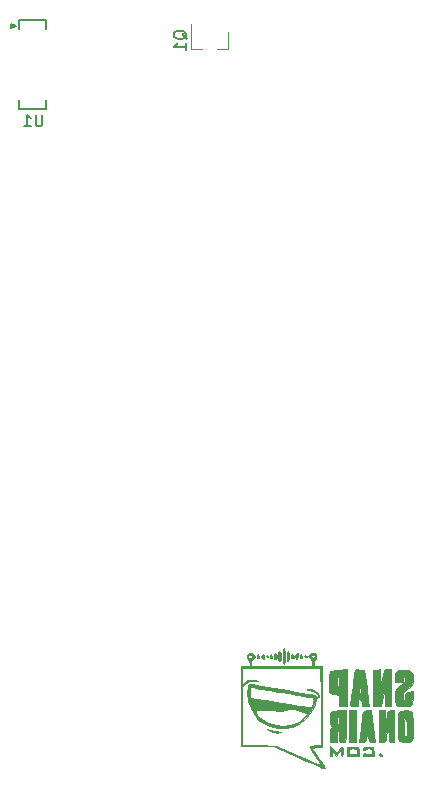
<source format=gbr>
G04 #@! TF.FileFunction,Legend,Bot*
%FSLAX46Y46*%
G04 Gerber Fmt 4.6, Leading zero omitted, Abs format (unit mm)*
G04 Created by KiCad (PCBNEW 4.0.7) date 08/30/18 10:37:52*
%MOMM*%
%LPD*%
G01*
G04 APERTURE LIST*
%ADD10C,0.100000*%
%ADD11C,0.120000*%
%ADD12C,0.150000*%
%ADD13C,0.010000*%
G04 APERTURE END LIST*
D10*
D11*
X132644000Y-73658000D02*
X131714000Y-73658000D01*
X129484000Y-73658000D02*
X130414000Y-73658000D01*
X129484000Y-73658000D02*
X129484000Y-71498000D01*
X132644000Y-73658000D02*
X132644000Y-72198000D01*
D12*
X114928000Y-77930000D02*
X114928000Y-78730000D01*
X114928000Y-78730000D02*
X117228000Y-78730000D01*
X117228000Y-78730000D02*
X117228000Y-77930000D01*
X117228000Y-71930000D02*
X117228000Y-71130000D01*
X117228000Y-71130000D02*
X114928000Y-71130000D01*
X114928000Y-71130000D02*
X114928000Y-71930000D01*
X114228000Y-71530000D02*
X114228000Y-71830000D01*
X114228000Y-71830000D02*
X114628000Y-71680000D01*
X114628000Y-71680000D02*
X114228000Y-71530000D01*
D13*
G36*
X134376379Y-124793592D02*
X134358138Y-124802874D01*
X134220806Y-124955277D01*
X134216556Y-125151864D01*
X134323666Y-125306667D01*
X134417605Y-125464738D01*
X134450666Y-125655700D01*
X134438683Y-125805587D01*
X134372151Y-125876584D01*
X134205195Y-125898027D01*
X134069666Y-125899333D01*
X133688666Y-125899333D01*
X133688666Y-132672667D01*
X136404906Y-132672667D01*
X138549442Y-133604000D01*
X139199223Y-133885917D01*
X139710385Y-134106614D01*
X140099516Y-134272574D01*
X140383205Y-134390281D01*
X140578043Y-134466219D01*
X140700617Y-134506874D01*
X140767518Y-134518729D01*
X140795333Y-134508268D01*
X140800666Y-134483942D01*
X140755021Y-134398038D01*
X140697861Y-134308403D01*
X140546666Y-134308403D01*
X140472858Y-134286311D01*
X140265244Y-134203735D01*
X139944540Y-134069447D01*
X139531463Y-133892222D01*
X139046729Y-133680832D01*
X138620500Y-133492675D01*
X136694333Y-132638008D01*
X135255000Y-132591837D01*
X133815666Y-132545667D01*
X133793494Y-129307167D01*
X133771321Y-126068667D01*
X140354317Y-126068667D01*
X140408158Y-126461484D01*
X140421074Y-126639641D01*
X140432878Y-126963930D01*
X140443187Y-127411151D01*
X140451617Y-127958103D01*
X140457786Y-128581586D01*
X140461309Y-129258400D01*
X140462000Y-129721150D01*
X140462000Y-132588000D01*
X140010444Y-132588000D01*
X139747432Y-132597445D01*
X139559371Y-132621679D01*
X139504520Y-132642368D01*
X139528273Y-132728992D01*
X139633867Y-132923118D01*
X139803869Y-133195069D01*
X139998409Y-133483100D01*
X140216566Y-133799236D01*
X140393559Y-134061876D01*
X140509906Y-134241695D01*
X140546666Y-134308403D01*
X140697861Y-134308403D01*
X140631094Y-134203705D01*
X140448398Y-133930756D01*
X140250333Y-133643210D01*
X140031555Y-133325417D01*
X139853993Y-133059877D01*
X139737143Y-132876263D01*
X139700000Y-132805601D01*
X139776195Y-132778059D01*
X139971000Y-132760584D01*
X140123333Y-132757333D01*
X140546666Y-132757333D01*
X140546666Y-125899333D01*
X140208000Y-125899333D01*
X139991164Y-125890362D01*
X139894800Y-125834970D01*
X139870090Y-125690441D01*
X139869333Y-125603000D01*
X139888331Y-125407100D01*
X139935041Y-125309214D01*
X139944941Y-125306666D01*
X140040515Y-125235982D01*
X140088803Y-125077470D01*
X140085900Y-125052667D01*
X139954000Y-125052667D01*
X139911148Y-125191627D01*
X139805833Y-125205882D01*
X139679874Y-125122396D01*
X139657666Y-125052667D01*
X139728051Y-124933118D01*
X139805833Y-124899451D01*
X139925845Y-124928903D01*
X139954000Y-125052667D01*
X140085900Y-125052667D01*
X140071796Y-124932213D01*
X139943487Y-124784539D01*
X139748832Y-124775090D01*
X139568826Y-124871490D01*
X139368027Y-125029438D01*
X139561556Y-125211249D01*
X139706884Y-125419575D01*
X139717933Y-125646197D01*
X139680781Y-125899333D01*
X134535333Y-125899333D01*
X134535333Y-125671957D01*
X134592726Y-125448475D01*
X134725833Y-125241431D01*
X134873696Y-125083749D01*
X134681125Y-125083749D01*
X134663995Y-125134644D01*
X134540277Y-125205022D01*
X134387332Y-125172369D01*
X134302475Y-125073878D01*
X134332360Y-124964242D01*
X134455383Y-124904051D01*
X134596716Y-124921299D01*
X134635247Y-124949380D01*
X134681125Y-125083749D01*
X134873696Y-125083749D01*
X134916333Y-125038282D01*
X134717971Y-124877370D01*
X134535832Y-124771085D01*
X134376379Y-124793592D01*
X134376379Y-124793592D01*
G37*
X134376379Y-124793592D02*
X134358138Y-124802874D01*
X134220806Y-124955277D01*
X134216556Y-125151864D01*
X134323666Y-125306667D01*
X134417605Y-125464738D01*
X134450666Y-125655700D01*
X134438683Y-125805587D01*
X134372151Y-125876584D01*
X134205195Y-125898027D01*
X134069666Y-125899333D01*
X133688666Y-125899333D01*
X133688666Y-132672667D01*
X136404906Y-132672667D01*
X138549442Y-133604000D01*
X139199223Y-133885917D01*
X139710385Y-134106614D01*
X140099516Y-134272574D01*
X140383205Y-134390281D01*
X140578043Y-134466219D01*
X140700617Y-134506874D01*
X140767518Y-134518729D01*
X140795333Y-134508268D01*
X140800666Y-134483942D01*
X140755021Y-134398038D01*
X140697861Y-134308403D01*
X140546666Y-134308403D01*
X140472858Y-134286311D01*
X140265244Y-134203735D01*
X139944540Y-134069447D01*
X139531463Y-133892222D01*
X139046729Y-133680832D01*
X138620500Y-133492675D01*
X136694333Y-132638008D01*
X135255000Y-132591837D01*
X133815666Y-132545667D01*
X133793494Y-129307167D01*
X133771321Y-126068667D01*
X140354317Y-126068667D01*
X140408158Y-126461484D01*
X140421074Y-126639641D01*
X140432878Y-126963930D01*
X140443187Y-127411151D01*
X140451617Y-127958103D01*
X140457786Y-128581586D01*
X140461309Y-129258400D01*
X140462000Y-129721150D01*
X140462000Y-132588000D01*
X140010444Y-132588000D01*
X139747432Y-132597445D01*
X139559371Y-132621679D01*
X139504520Y-132642368D01*
X139528273Y-132728992D01*
X139633867Y-132923118D01*
X139803869Y-133195069D01*
X139998409Y-133483100D01*
X140216566Y-133799236D01*
X140393559Y-134061876D01*
X140509906Y-134241695D01*
X140546666Y-134308403D01*
X140697861Y-134308403D01*
X140631094Y-134203705D01*
X140448398Y-133930756D01*
X140250333Y-133643210D01*
X140031555Y-133325417D01*
X139853993Y-133059877D01*
X139737143Y-132876263D01*
X139700000Y-132805601D01*
X139776195Y-132778059D01*
X139971000Y-132760584D01*
X140123333Y-132757333D01*
X140546666Y-132757333D01*
X140546666Y-125899333D01*
X140208000Y-125899333D01*
X139991164Y-125890362D01*
X139894800Y-125834970D01*
X139870090Y-125690441D01*
X139869333Y-125603000D01*
X139888331Y-125407100D01*
X139935041Y-125309214D01*
X139944941Y-125306666D01*
X140040515Y-125235982D01*
X140088803Y-125077470D01*
X140085900Y-125052667D01*
X139954000Y-125052667D01*
X139911148Y-125191627D01*
X139805833Y-125205882D01*
X139679874Y-125122396D01*
X139657666Y-125052667D01*
X139728051Y-124933118D01*
X139805833Y-124899451D01*
X139925845Y-124928903D01*
X139954000Y-125052667D01*
X140085900Y-125052667D01*
X140071796Y-124932213D01*
X139943487Y-124784539D01*
X139748832Y-124775090D01*
X139568826Y-124871490D01*
X139368027Y-125029438D01*
X139561556Y-125211249D01*
X139706884Y-125419575D01*
X139717933Y-125646197D01*
X139680781Y-125899333D01*
X134535333Y-125899333D01*
X134535333Y-125671957D01*
X134592726Y-125448475D01*
X134725833Y-125241431D01*
X134873696Y-125083749D01*
X134681125Y-125083749D01*
X134663995Y-125134644D01*
X134540277Y-125205022D01*
X134387332Y-125172369D01*
X134302475Y-125073878D01*
X134332360Y-124964242D01*
X134455383Y-124904051D01*
X134596716Y-124921299D01*
X134635247Y-124949380D01*
X134681125Y-125083749D01*
X134873696Y-125083749D01*
X134916333Y-125038282D01*
X134717971Y-124877370D01*
X134535832Y-124771085D01*
X134376379Y-124793592D01*
G36*
X145387418Y-133333106D02*
X145372666Y-133392333D01*
X145440439Y-133504582D01*
X145499666Y-133519333D01*
X145611915Y-133451560D01*
X145626666Y-133392333D01*
X145558894Y-133280085D01*
X145499666Y-133265333D01*
X145387418Y-133333106D01*
X145387418Y-133333106D01*
G37*
X145387418Y-133333106D02*
X145372666Y-133392333D01*
X145440439Y-133504582D01*
X145499666Y-133519333D01*
X145611915Y-133451560D01*
X145626666Y-133392333D01*
X145558894Y-133280085D01*
X145499666Y-133265333D01*
X145387418Y-133333106D01*
G36*
X144140022Y-132743929D02*
X144024490Y-132849425D01*
X144018000Y-132885946D01*
X144064228Y-132997579D01*
X144102666Y-133011333D01*
X144184873Y-132946904D01*
X144187333Y-132926667D01*
X144261762Y-132870704D01*
X144444777Y-132842731D01*
X144483666Y-132842000D01*
X144682761Y-132856159D01*
X144764422Y-132927979D01*
X144780000Y-133096000D01*
X144763480Y-133266653D01*
X144679690Y-133336647D01*
X144483666Y-133350000D01*
X144287818Y-133327485D01*
X144189900Y-133272120D01*
X144187333Y-133260336D01*
X144135463Y-133209770D01*
X144102666Y-133223000D01*
X144024762Y-133345502D01*
X144018000Y-133397330D01*
X144064609Y-133471469D01*
X144223826Y-133509588D01*
X144488305Y-133519333D01*
X144958611Y-133519333D01*
X144932805Y-133117167D01*
X144908237Y-132872297D01*
X144855836Y-132748874D01*
X144745667Y-132699023D01*
X144663936Y-132687222D01*
X144367405Y-132685482D01*
X144140022Y-132743929D01*
X144140022Y-132743929D01*
G37*
X144140022Y-132743929D02*
X144024490Y-132849425D01*
X144018000Y-132885946D01*
X144064228Y-132997579D01*
X144102666Y-133011333D01*
X144184873Y-132946904D01*
X144187333Y-132926667D01*
X144261762Y-132870704D01*
X144444777Y-132842731D01*
X144483666Y-132842000D01*
X144682761Y-132856159D01*
X144764422Y-132927979D01*
X144780000Y-133096000D01*
X144763480Y-133266653D01*
X144679690Y-133336647D01*
X144483666Y-133350000D01*
X144287818Y-133327485D01*
X144189900Y-133272120D01*
X144187333Y-133260336D01*
X144135463Y-133209770D01*
X144102666Y-133223000D01*
X144024762Y-133345502D01*
X144018000Y-133397330D01*
X144064609Y-133471469D01*
X144223826Y-133509588D01*
X144488305Y-133519333D01*
X144958611Y-133519333D01*
X144932805Y-133117167D01*
X144908237Y-132872297D01*
X144855836Y-132748874D01*
X144745667Y-132699023D01*
X144663936Y-132687222D01*
X144367405Y-132685482D01*
X144140022Y-132743929D01*
G36*
X142679861Y-133117167D02*
X142654055Y-133519333D01*
X143688611Y-133519333D01*
X143662805Y-133117167D01*
X143661447Y-133096000D01*
X143510000Y-133096000D01*
X143496626Y-133258867D01*
X143424154Y-133331268D01*
X143244055Y-133349599D01*
X143171333Y-133350000D01*
X142954178Y-133339970D01*
X142857643Y-133285615D01*
X142833201Y-133150541D01*
X142832666Y-133096000D01*
X142846040Y-132933133D01*
X142918513Y-132860732D01*
X143098611Y-132842401D01*
X143171333Y-132842000D01*
X143388489Y-132852030D01*
X143485024Y-132906385D01*
X143509466Y-133041458D01*
X143510000Y-133096000D01*
X143661447Y-133096000D01*
X143637000Y-132715000D01*
X142705666Y-132715000D01*
X142679861Y-133117167D01*
X142679861Y-133117167D01*
G37*
X142679861Y-133117167D02*
X142654055Y-133519333D01*
X143688611Y-133519333D01*
X143662805Y-133117167D01*
X143661447Y-133096000D01*
X143510000Y-133096000D01*
X143496626Y-133258867D01*
X143424154Y-133331268D01*
X143244055Y-133349599D01*
X143171333Y-133350000D01*
X142954178Y-133339970D01*
X142857643Y-133285615D01*
X142833201Y-133150541D01*
X142832666Y-133096000D01*
X142846040Y-132933133D01*
X142918513Y-132860732D01*
X143098611Y-132842401D01*
X143171333Y-132842000D01*
X143388489Y-132852030D01*
X143485024Y-132906385D01*
X143509466Y-133041458D01*
X143510000Y-133096000D01*
X143661447Y-133096000D01*
X143637000Y-132715000D01*
X142705666Y-132715000D01*
X142679861Y-133117167D01*
G36*
X141226482Y-133074833D02*
X141239636Y-133323143D01*
X141276086Y-133484481D01*
X141308666Y-133519333D01*
X141367112Y-133445509D01*
X141393238Y-133266555D01*
X141393333Y-133253915D01*
X141393333Y-132988497D01*
X141578127Y-133223424D01*
X141762921Y-133458352D01*
X141958706Y-133213676D01*
X142154492Y-132969000D01*
X142154913Y-133244167D01*
X142177978Y-133431464D01*
X142233596Y-133518548D01*
X142240000Y-133519333D01*
X142290772Y-133443720D01*
X142320993Y-133252674D01*
X142324666Y-133143330D01*
X142303710Y-132857499D01*
X142237203Y-132733113D01*
X142119689Y-132767098D01*
X141960019Y-132937914D01*
X141751162Y-133204784D01*
X141490063Y-132917559D01*
X141228964Y-132630333D01*
X141226482Y-133074833D01*
X141226482Y-133074833D01*
G37*
X141226482Y-133074833D02*
X141239636Y-133323143D01*
X141276086Y-133484481D01*
X141308666Y-133519333D01*
X141367112Y-133445509D01*
X141393238Y-133266555D01*
X141393333Y-133253915D01*
X141393333Y-132988497D01*
X141578127Y-133223424D01*
X141762921Y-133458352D01*
X141958706Y-133213676D01*
X142154492Y-132969000D01*
X142154913Y-133244167D01*
X142177978Y-133431464D01*
X142233596Y-133518548D01*
X142240000Y-133519333D01*
X142290772Y-133443720D01*
X142320993Y-133252674D01*
X142324666Y-133143330D01*
X142303710Y-132857499D01*
X142237203Y-132733113D01*
X142119689Y-132767098D01*
X141960019Y-132937914D01*
X141751162Y-133204784D01*
X141490063Y-132917559D01*
X141228964Y-132630333D01*
X141226482Y-133074833D01*
G36*
X147347636Y-129643527D02*
X147143660Y-129691593D01*
X147082933Y-129726267D01*
X147035030Y-129855742D01*
X147002558Y-130136803D01*
X146985010Y-130575758D01*
X146981333Y-130993288D01*
X146983188Y-131461922D01*
X146991211Y-131789472D01*
X147009094Y-132004168D01*
X147040524Y-132134241D01*
X147089192Y-132207921D01*
X147145100Y-132246354D01*
X147396881Y-132315015D01*
X147718374Y-132319882D01*
X148022420Y-132260924D01*
X148060833Y-132246695D01*
X148136601Y-132209093D01*
X148189049Y-132149017D01*
X148222460Y-132038416D01*
X148241117Y-131849240D01*
X148249302Y-131553438D01*
X148250197Y-131360424D01*
X147732678Y-131360424D01*
X147718685Y-131676455D01*
X147681573Y-131848576D01*
X147619357Y-131888957D01*
X147567993Y-131853860D01*
X147531695Y-131732936D01*
X147509474Y-131479467D01*
X147503775Y-131129840D01*
X147507269Y-130950271D01*
X147530963Y-130515729D01*
X147567425Y-130240555D01*
X147610664Y-130126450D01*
X147654684Y-130175115D01*
X147693494Y-130388251D01*
X147721099Y-130767560D01*
X147725540Y-130888315D01*
X147732678Y-131360424D01*
X148250197Y-131360424D01*
X148251299Y-131122960D01*
X148251333Y-130998995D01*
X148244287Y-130441427D01*
X148222806Y-130046151D01*
X148186373Y-129806697D01*
X148149733Y-129726267D01*
X148010793Y-129667481D01*
X147769828Y-129630796D01*
X147616333Y-129624667D01*
X147347636Y-129643527D01*
X147347636Y-129643527D01*
G37*
X147347636Y-129643527D02*
X147143660Y-129691593D01*
X147082933Y-129726267D01*
X147035030Y-129855742D01*
X147002558Y-130136803D01*
X146985010Y-130575758D01*
X146981333Y-130993288D01*
X146983188Y-131461922D01*
X146991211Y-131789472D01*
X147009094Y-132004168D01*
X147040524Y-132134241D01*
X147089192Y-132207921D01*
X147145100Y-132246354D01*
X147396881Y-132315015D01*
X147718374Y-132319882D01*
X148022420Y-132260924D01*
X148060833Y-132246695D01*
X148136601Y-132209093D01*
X148189049Y-132149017D01*
X148222460Y-132038416D01*
X148241117Y-131849240D01*
X148249302Y-131553438D01*
X148250197Y-131360424D01*
X147732678Y-131360424D01*
X147718685Y-131676455D01*
X147681573Y-131848576D01*
X147619357Y-131888957D01*
X147567993Y-131853860D01*
X147531695Y-131732936D01*
X147509474Y-131479467D01*
X147503775Y-131129840D01*
X147507269Y-130950271D01*
X147530963Y-130515729D01*
X147567425Y-130240555D01*
X147610664Y-130126450D01*
X147654684Y-130175115D01*
X147693494Y-130388251D01*
X147721099Y-130767560D01*
X147725540Y-130888315D01*
X147732678Y-131360424D01*
X148250197Y-131360424D01*
X148251299Y-131122960D01*
X148251333Y-130998995D01*
X148244287Y-130441427D01*
X148222806Y-130046151D01*
X148186373Y-129806697D01*
X148149733Y-129726267D01*
X148010793Y-129667481D01*
X147769828Y-129630796D01*
X147616333Y-129624667D01*
X147347636Y-129643527D01*
G36*
X146253302Y-129636650D02*
X146166290Y-129699029D01*
X146105366Y-129851445D01*
X146046710Y-130111500D01*
X145975433Y-130450171D01*
X145930429Y-130626200D01*
X145905147Y-130643066D01*
X145893038Y-130504249D01*
X145887552Y-130213229D01*
X145887351Y-130196167D01*
X145880666Y-129624667D01*
X145372666Y-129624667D01*
X145372666Y-132334000D01*
X145617608Y-132334000D01*
X145773646Y-132318688D01*
X145873907Y-132249355D01*
X145940453Y-132090901D01*
X145995348Y-131808228D01*
X146010625Y-131708783D01*
X146069661Y-131416608D01*
X146128327Y-131290771D01*
X146178243Y-131328464D01*
X146211028Y-131526882D01*
X146219333Y-131778670D01*
X146222966Y-132076159D01*
X146243544Y-132242421D01*
X146295584Y-132315544D01*
X146393603Y-132333617D01*
X146431000Y-132334000D01*
X146642666Y-132334000D01*
X146642666Y-129624667D01*
X146394738Y-129624667D01*
X146253302Y-129636650D01*
X146253302Y-129636650D01*
G37*
X146253302Y-129636650D02*
X146166290Y-129699029D01*
X146105366Y-129851445D01*
X146046710Y-130111500D01*
X145975433Y-130450171D01*
X145930429Y-130626200D01*
X145905147Y-130643066D01*
X145893038Y-130504249D01*
X145887552Y-130213229D01*
X145887351Y-130196167D01*
X145880666Y-129624667D01*
X145372666Y-129624667D01*
X145372666Y-132334000D01*
X145617608Y-132334000D01*
X145773646Y-132318688D01*
X145873907Y-132249355D01*
X145940453Y-132090901D01*
X145995348Y-131808228D01*
X146010625Y-131708783D01*
X146069661Y-131416608D01*
X146128327Y-131290771D01*
X146178243Y-131328464D01*
X146211028Y-131526882D01*
X146219333Y-131778670D01*
X146222966Y-132076159D01*
X146243544Y-132242421D01*
X146295584Y-132315544D01*
X146393603Y-132333617D01*
X146431000Y-132334000D01*
X146642666Y-132334000D01*
X146642666Y-129624667D01*
X146394738Y-129624667D01*
X146253302Y-129636650D01*
G36*
X144122230Y-129648782D02*
X144019480Y-129720688D01*
X144018000Y-129734017D01*
X144007077Y-129871363D01*
X143977810Y-130135710D01*
X143935449Y-130486375D01*
X143885244Y-130882679D01*
X143832446Y-131283940D01*
X143782305Y-131649477D01*
X143740071Y-131938608D01*
X143711719Y-132107130D01*
X143691848Y-132267442D01*
X143751933Y-132325455D01*
X143934925Y-132319895D01*
X143946463Y-132318797D01*
X144143512Y-132279426D01*
X144229406Y-132175078D01*
X144256581Y-132011360D01*
X144307918Y-131814409D01*
X144388495Y-131769149D01*
X144467370Y-131868994D01*
X144510198Y-132065353D01*
X144548549Y-132251661D01*
X144651125Y-132323594D01*
X144810733Y-132334000D01*
X145084737Y-132334000D01*
X144918504Y-130979333D01*
X144910712Y-130915833D01*
X144434649Y-130915833D01*
X144425776Y-131150251D01*
X144395698Y-131295198D01*
X144373668Y-131318000D01*
X144337674Y-131243829D01*
X144332789Y-131059723D01*
X144337471Y-131000500D01*
X144371204Y-130723585D01*
X144400013Y-130609495D01*
X144421659Y-130660181D01*
X144433903Y-130877591D01*
X144434649Y-130915833D01*
X144910712Y-130915833D01*
X144752271Y-129624667D01*
X144385136Y-129624667D01*
X144122230Y-129648782D01*
X144122230Y-129648782D01*
G37*
X144122230Y-129648782D02*
X144019480Y-129720688D01*
X144018000Y-129734017D01*
X144007077Y-129871363D01*
X143977810Y-130135710D01*
X143935449Y-130486375D01*
X143885244Y-130882679D01*
X143832446Y-131283940D01*
X143782305Y-131649477D01*
X143740071Y-131938608D01*
X143711719Y-132107130D01*
X143691848Y-132267442D01*
X143751933Y-132325455D01*
X143934925Y-132319895D01*
X143946463Y-132318797D01*
X144143512Y-132279426D01*
X144229406Y-132175078D01*
X144256581Y-132011360D01*
X144307918Y-131814409D01*
X144388495Y-131769149D01*
X144467370Y-131868994D01*
X144510198Y-132065353D01*
X144548549Y-132251661D01*
X144651125Y-132323594D01*
X144810733Y-132334000D01*
X145084737Y-132334000D01*
X144918504Y-130979333D01*
X144910712Y-130915833D01*
X144434649Y-130915833D01*
X144425776Y-131150251D01*
X144395698Y-131295198D01*
X144373668Y-131318000D01*
X144337674Y-131243829D01*
X144332789Y-131059723D01*
X144337471Y-131000500D01*
X144371204Y-130723585D01*
X144400013Y-130609495D01*
X144421659Y-130660181D01*
X144433903Y-130877591D01*
X144434649Y-130915833D01*
X144910712Y-130915833D01*
X144752271Y-129624667D01*
X144385136Y-129624667D01*
X144122230Y-129648782D01*
G36*
X142832666Y-132334000D02*
X143425333Y-132334000D01*
X143425333Y-129624667D01*
X142832666Y-129624667D01*
X142832666Y-132334000D01*
X142832666Y-132334000D01*
G37*
X142832666Y-132334000D02*
X143425333Y-132334000D01*
X143425333Y-129624667D01*
X142832666Y-129624667D01*
X142832666Y-132334000D01*
G36*
X141674075Y-129639518D02*
X141430126Y-129679467D01*
X141325600Y-129726267D01*
X141264254Y-129874912D01*
X141232026Y-130126378D01*
X141228915Y-130416676D01*
X141254921Y-130681817D01*
X141310045Y-130857809D01*
X141325600Y-130877733D01*
X141383605Y-130992947D01*
X141325600Y-131080933D01*
X141270187Y-131220507D01*
X141234187Y-131482884D01*
X141224000Y-131758266D01*
X141224000Y-132334000D01*
X141816666Y-132334000D01*
X141816666Y-131783667D01*
X141828629Y-131496084D01*
X141860319Y-131299190D01*
X141901333Y-131233333D01*
X141945577Y-131311091D01*
X141975868Y-131517073D01*
X141986000Y-131783667D01*
X141988954Y-132079272D01*
X142008960Y-132243890D01*
X142062732Y-132315865D01*
X142166985Y-132333543D01*
X142225889Y-132334000D01*
X142419797Y-132315867D01*
X142522222Y-132277555D01*
X142541752Y-132177431D01*
X142558354Y-131938629D01*
X142570750Y-131591796D01*
X142577662Y-131167579D01*
X142578666Y-130922889D01*
X142578666Y-130505612D01*
X141984245Y-130505612D01*
X141961794Y-130683954D01*
X141929555Y-130753555D01*
X141863787Y-130800738D01*
X141829917Y-130752574D01*
X141817772Y-130579822D01*
X141816666Y-130429000D01*
X141833483Y-130201780D01*
X141876030Y-130065482D01*
X141901333Y-130048000D01*
X141951351Y-130121043D01*
X141979876Y-130295777D01*
X141984245Y-130505612D01*
X142578666Y-130505612D01*
X142578666Y-129624667D01*
X142002933Y-129624667D01*
X141674075Y-129639518D01*
X141674075Y-129639518D01*
G37*
X141674075Y-129639518D02*
X141430126Y-129679467D01*
X141325600Y-129726267D01*
X141264254Y-129874912D01*
X141232026Y-130126378D01*
X141228915Y-130416676D01*
X141254921Y-130681817D01*
X141310045Y-130857809D01*
X141325600Y-130877733D01*
X141383605Y-130992947D01*
X141325600Y-131080933D01*
X141270187Y-131220507D01*
X141234187Y-131482884D01*
X141224000Y-131758266D01*
X141224000Y-132334000D01*
X141816666Y-132334000D01*
X141816666Y-131783667D01*
X141828629Y-131496084D01*
X141860319Y-131299190D01*
X141901333Y-131233333D01*
X141945577Y-131311091D01*
X141975868Y-131517073D01*
X141986000Y-131783667D01*
X141988954Y-132079272D01*
X142008960Y-132243890D01*
X142062732Y-132315865D01*
X142166985Y-132333543D01*
X142225889Y-132334000D01*
X142419797Y-132315867D01*
X142522222Y-132277555D01*
X142541752Y-132177431D01*
X142558354Y-131938629D01*
X142570750Y-131591796D01*
X142577662Y-131167579D01*
X142578666Y-130922889D01*
X142578666Y-130505612D01*
X141984245Y-130505612D01*
X141961794Y-130683954D01*
X141929555Y-130753555D01*
X141863787Y-130800738D01*
X141829917Y-130752574D01*
X141817772Y-130579822D01*
X141816666Y-130429000D01*
X141833483Y-130201780D01*
X141876030Y-130065482D01*
X141901333Y-130048000D01*
X141951351Y-130121043D01*
X141979876Y-130295777D01*
X141984245Y-130505612D01*
X142578666Y-130505612D01*
X142578666Y-129624667D01*
X142002933Y-129624667D01*
X141674075Y-129639518D01*
G36*
X147108124Y-126223983D02*
X146882039Y-126325777D01*
X146764201Y-126526316D01*
X146727571Y-126850866D01*
X146727333Y-126889182D01*
X146727333Y-127254000D01*
X147066000Y-127254000D01*
X147282836Y-127245029D01*
X147379199Y-127189637D01*
X147403909Y-127045107D01*
X147404666Y-126957667D01*
X147425932Y-126761799D01*
X147478222Y-126663893D01*
X147489333Y-126661333D01*
X147545375Y-126735743D01*
X147573298Y-126918629D01*
X147574000Y-126956604D01*
X147551183Y-127158181D01*
X147455812Y-127304942D01*
X147247505Y-127457970D01*
X147238974Y-127463368D01*
X146972429Y-127659719D01*
X146816290Y-127866950D01*
X146743624Y-128138667D01*
X146727333Y-128481667D01*
X146740702Y-128855541D01*
X146800377Y-129091914D01*
X146935708Y-129221768D01*
X147176045Y-129276083D01*
X147489333Y-129286000D01*
X147811508Y-129278617D01*
X148006394Y-129249723D01*
X148115651Y-129189201D01*
X148163688Y-129122233D01*
X148212869Y-128947716D01*
X148244669Y-128676276D01*
X148251333Y-128482122D01*
X148251333Y-128005778D01*
X147933833Y-128032056D01*
X147733849Y-128059092D01*
X147637788Y-128129939D01*
X147600353Y-128295506D01*
X147590298Y-128418167D01*
X147549916Y-128674598D01*
X147491752Y-128768398D01*
X147436811Y-128701768D01*
X147406099Y-128476908D01*
X147404666Y-128398721D01*
X147416951Y-128156070D01*
X147482101Y-128012845D01*
X147642559Y-127899458D01*
X147740502Y-127848111D01*
X148005822Y-127682426D01*
X148162305Y-127488311D01*
X148235506Y-127217784D01*
X148251333Y-126888933D01*
X148228361Y-126560356D01*
X148139885Y-126353194D01*
X147956560Y-126241429D01*
X147649046Y-126199042D01*
X147469495Y-126195667D01*
X147108124Y-126223983D01*
X147108124Y-126223983D01*
G37*
X147108124Y-126223983D02*
X146882039Y-126325777D01*
X146764201Y-126526316D01*
X146727571Y-126850866D01*
X146727333Y-126889182D01*
X146727333Y-127254000D01*
X147066000Y-127254000D01*
X147282836Y-127245029D01*
X147379199Y-127189637D01*
X147403909Y-127045107D01*
X147404666Y-126957667D01*
X147425932Y-126761799D01*
X147478222Y-126663893D01*
X147489333Y-126661333D01*
X147545375Y-126735743D01*
X147573298Y-126918629D01*
X147574000Y-126956604D01*
X147551183Y-127158181D01*
X147455812Y-127304942D01*
X147247505Y-127457970D01*
X147238974Y-127463368D01*
X146972429Y-127659719D01*
X146816290Y-127866950D01*
X146743624Y-128138667D01*
X146727333Y-128481667D01*
X146740702Y-128855541D01*
X146800377Y-129091914D01*
X146935708Y-129221768D01*
X147176045Y-129276083D01*
X147489333Y-129286000D01*
X147811508Y-129278617D01*
X148006394Y-129249723D01*
X148115651Y-129189201D01*
X148163688Y-129122233D01*
X148212869Y-128947716D01*
X148244669Y-128676276D01*
X148251333Y-128482122D01*
X148251333Y-128005778D01*
X147933833Y-128032056D01*
X147733849Y-128059092D01*
X147637788Y-128129939D01*
X147600353Y-128295506D01*
X147590298Y-128418167D01*
X147549916Y-128674598D01*
X147491752Y-128768398D01*
X147436811Y-128701768D01*
X147406099Y-128476908D01*
X147404666Y-128398721D01*
X147416951Y-128156070D01*
X147482101Y-128012845D01*
X147642559Y-127899458D01*
X147740502Y-127848111D01*
X148005822Y-127682426D01*
X148162305Y-127488311D01*
X148235506Y-127217784D01*
X148251333Y-126888933D01*
X148228361Y-126560356D01*
X148139885Y-126353194D01*
X147956560Y-126241429D01*
X147649046Y-126199042D01*
X147469495Y-126195667D01*
X147108124Y-126223983D01*
G36*
X145182166Y-126169135D02*
X144907000Y-126195667D01*
X144883923Y-127740833D01*
X144860847Y-129286000D01*
X145518862Y-129286000D01*
X145627426Y-128756833D01*
X145713629Y-128374665D01*
X145781231Y-128160519D01*
X145830694Y-128114161D01*
X145862480Y-128235358D01*
X145877051Y-128523874D01*
X145878092Y-128629833D01*
X145880666Y-129286000D01*
X146388666Y-129286000D01*
X146388666Y-126153333D01*
X146098336Y-126153333D01*
X145934516Y-126161316D01*
X145837745Y-126211717D01*
X145776416Y-126344219D01*
X145718923Y-126598501D01*
X145710564Y-126640167D01*
X145621939Y-127067331D01*
X145557596Y-127331505D01*
X145513608Y-127436664D01*
X145486048Y-127386786D01*
X145470986Y-127185845D01*
X145464969Y-126888802D01*
X145457333Y-126142604D01*
X145182166Y-126169135D01*
X145182166Y-126169135D01*
G37*
X145182166Y-126169135D02*
X144907000Y-126195667D01*
X144883923Y-127740833D01*
X144860847Y-129286000D01*
X145518862Y-129286000D01*
X145627426Y-128756833D01*
X145713629Y-128374665D01*
X145781231Y-128160519D01*
X145830694Y-128114161D01*
X145862480Y-128235358D01*
X145877051Y-128523874D01*
X145878092Y-128629833D01*
X145880666Y-129286000D01*
X146388666Y-129286000D01*
X146388666Y-126153333D01*
X146098336Y-126153333D01*
X145934516Y-126161316D01*
X145837745Y-126211717D01*
X145776416Y-126344219D01*
X145718923Y-126598501D01*
X145710564Y-126640167D01*
X145621939Y-127067331D01*
X145557596Y-127331505D01*
X145513608Y-127436664D01*
X145486048Y-127386786D01*
X145470986Y-127185845D01*
X145464969Y-126888802D01*
X145457333Y-126142604D01*
X145182166Y-126169135D01*
G36*
X143363616Y-126165213D02*
X143340666Y-126173533D01*
X143329779Y-126270821D01*
X143300222Y-126501517D01*
X143256655Y-126831310D01*
X143203736Y-127225890D01*
X143146124Y-127650946D01*
X143088477Y-128072168D01*
X143035455Y-128455244D01*
X142991715Y-128765864D01*
X142961917Y-128969717D01*
X142955421Y-129010833D01*
X142935131Y-129186216D01*
X142981046Y-129264702D01*
X143135194Y-129285262D01*
X143252163Y-129286000D01*
X143470602Y-129277317D01*
X143568296Y-129223263D01*
X143593801Y-129081826D01*
X143594666Y-128989667D01*
X143625951Y-128763544D01*
X143712608Y-128693333D01*
X143844547Y-128769794D01*
X143921495Y-128973896D01*
X143933333Y-129123591D01*
X143968534Y-129235277D01*
X144103052Y-129280762D01*
X144235759Y-129286000D01*
X144538184Y-129286000D01*
X144477700Y-128799167D01*
X144442477Y-128518731D01*
X144392487Y-128124704D01*
X144387173Y-128083061D01*
X143835871Y-128083061D01*
X143792791Y-128172723D01*
X143742833Y-128185449D01*
X143682188Y-128130326D01*
X143661837Y-127949841D01*
X143672503Y-127698615D01*
X143708005Y-127211667D01*
X143773457Y-127550333D01*
X143828994Y-127884552D01*
X143835871Y-128083061D01*
X144387173Y-128083061D01*
X144334646Y-127671436D01*
X144281107Y-127254000D01*
X144145000Y-126195667D01*
X143742833Y-126169861D01*
X143508591Y-126160384D01*
X143363616Y-126165213D01*
X143363616Y-126165213D01*
G37*
X143363616Y-126165213D02*
X143340666Y-126173533D01*
X143329779Y-126270821D01*
X143300222Y-126501517D01*
X143256655Y-126831310D01*
X143203736Y-127225890D01*
X143146124Y-127650946D01*
X143088477Y-128072168D01*
X143035455Y-128455244D01*
X142991715Y-128765864D01*
X142961917Y-128969717D01*
X142955421Y-129010833D01*
X142935131Y-129186216D01*
X142981046Y-129264702D01*
X143135194Y-129285262D01*
X143252163Y-129286000D01*
X143470602Y-129277317D01*
X143568296Y-129223263D01*
X143593801Y-129081826D01*
X143594666Y-128989667D01*
X143625951Y-128763544D01*
X143712608Y-128693333D01*
X143844547Y-128769794D01*
X143921495Y-128973896D01*
X143933333Y-129123591D01*
X143968534Y-129235277D01*
X144103052Y-129280762D01*
X144235759Y-129286000D01*
X144538184Y-129286000D01*
X144477700Y-128799167D01*
X144442477Y-128518731D01*
X144392487Y-128124704D01*
X144387173Y-128083061D01*
X143835871Y-128083061D01*
X143792791Y-128172723D01*
X143742833Y-128185449D01*
X143682188Y-128130326D01*
X143661837Y-127949841D01*
X143672503Y-127698615D01*
X143708005Y-127211667D01*
X143773457Y-127550333D01*
X143828994Y-127884552D01*
X143835871Y-128083061D01*
X144387173Y-128083061D01*
X144334646Y-127671436D01*
X144281107Y-127254000D01*
X144145000Y-126195667D01*
X143742833Y-126169861D01*
X143508591Y-126160384D01*
X143363616Y-126165213D01*
G36*
X142031400Y-126171620D02*
X141705598Y-126205338D01*
X141436345Y-126256374D01*
X141277280Y-126314274D01*
X141269400Y-126320121D01*
X141201715Y-126422318D01*
X141160840Y-126612468D01*
X141142019Y-126921749D01*
X141139333Y-127172775D01*
X141144774Y-127524308D01*
X141159288Y-127819796D01*
X141180162Y-128011621D01*
X141189166Y-128047345D01*
X141302694Y-128143484D01*
X141531457Y-128218617D01*
X141612499Y-128233217D01*
X141986000Y-128289227D01*
X141986000Y-129286000D01*
X142663333Y-129286000D01*
X142663333Y-127211667D01*
X141986000Y-127211667D01*
X141974037Y-127499249D01*
X141942348Y-127696143D01*
X141901333Y-127762000D01*
X141857090Y-127684242D01*
X141826798Y-127478260D01*
X141816666Y-127211667D01*
X141828629Y-126924084D01*
X141860319Y-126727190D01*
X141901333Y-126661333D01*
X141945577Y-126739091D01*
X141975868Y-126945073D01*
X141986000Y-127211667D01*
X142663333Y-127211667D01*
X142663333Y-126131065D01*
X142031400Y-126171620D01*
X142031400Y-126171620D01*
G37*
X142031400Y-126171620D02*
X141705598Y-126205338D01*
X141436345Y-126256374D01*
X141277280Y-126314274D01*
X141269400Y-126320121D01*
X141201715Y-126422318D01*
X141160840Y-126612468D01*
X141142019Y-126921749D01*
X141139333Y-127172775D01*
X141144774Y-127524308D01*
X141159288Y-127819796D01*
X141180162Y-128011621D01*
X141189166Y-128047345D01*
X141302694Y-128143484D01*
X141531457Y-128218617D01*
X141612499Y-128233217D01*
X141986000Y-128289227D01*
X141986000Y-129286000D01*
X142663333Y-129286000D01*
X142663333Y-127211667D01*
X141986000Y-127211667D01*
X141974037Y-127499249D01*
X141942348Y-127696143D01*
X141901333Y-127762000D01*
X141857090Y-127684242D01*
X141826798Y-127478260D01*
X141816666Y-127211667D01*
X141828629Y-126924084D01*
X141860319Y-126727190D01*
X141901333Y-126661333D01*
X141945577Y-126739091D01*
X141975868Y-126945073D01*
X141986000Y-127211667D01*
X142663333Y-127211667D01*
X142663333Y-126131065D01*
X142031400Y-126171620D01*
G36*
X137287404Y-124454549D02*
X137257940Y-124670819D01*
X137244949Y-124992074D01*
X137244666Y-125052667D01*
X137254569Y-125388099D01*
X137281602Y-125623813D01*
X137321759Y-125727742D01*
X137329333Y-125730000D01*
X137371262Y-125650784D01*
X137400727Y-125434514D01*
X137413718Y-125113259D01*
X137414000Y-125052667D01*
X137404098Y-124717234D01*
X137377064Y-124481520D01*
X137336907Y-124377591D01*
X137329333Y-124375333D01*
X137287404Y-124454549D01*
X137287404Y-124454549D01*
G37*
X137287404Y-124454549D02*
X137257940Y-124670819D01*
X137244949Y-124992074D01*
X137244666Y-125052667D01*
X137254569Y-125388099D01*
X137281602Y-125623813D01*
X137321759Y-125727742D01*
X137329333Y-125730000D01*
X137371262Y-125650784D01*
X137400727Y-125434514D01*
X137413718Y-125113259D01*
X137414000Y-125052667D01*
X137404098Y-124717234D01*
X137377064Y-124481520D01*
X137336907Y-124377591D01*
X137329333Y-124375333D01*
X137287404Y-124454549D01*
G36*
X137619702Y-124705480D02*
X137589047Y-124900175D01*
X137583333Y-125052667D01*
X137598563Y-125294154D01*
X137637502Y-125447431D01*
X137668000Y-125476000D01*
X137716297Y-125399853D01*
X137746953Y-125205158D01*
X137752666Y-125052667D01*
X137737437Y-124811179D01*
X137698498Y-124657902D01*
X137668000Y-124629333D01*
X137619702Y-124705480D01*
X137619702Y-124705480D01*
G37*
X137619702Y-124705480D02*
X137589047Y-124900175D01*
X137583333Y-125052667D01*
X137598563Y-125294154D01*
X137637502Y-125447431D01*
X137668000Y-125476000D01*
X137716297Y-125399853D01*
X137746953Y-125205158D01*
X137752666Y-125052667D01*
X137737437Y-124811179D01*
X137698498Y-124657902D01*
X137668000Y-124629333D01*
X137619702Y-124705480D01*
G36*
X136868468Y-124674653D02*
X136829460Y-124831560D01*
X136821333Y-125052667D01*
X136834929Y-125318885D01*
X136882001Y-125448911D01*
X136948333Y-125476000D01*
X137028199Y-125430680D01*
X137067206Y-125273773D01*
X137075333Y-125052667D01*
X137061737Y-124786448D01*
X137014665Y-124656422D01*
X136948333Y-124629333D01*
X136868468Y-124674653D01*
X136868468Y-124674653D01*
G37*
X136868468Y-124674653D02*
X136829460Y-124831560D01*
X136821333Y-125052667D01*
X136834929Y-125318885D01*
X136882001Y-125448911D01*
X136948333Y-125476000D01*
X137028199Y-125430680D01*
X137067206Y-125273773D01*
X137075333Y-125052667D01*
X137061737Y-124786448D01*
X137014665Y-124656422D01*
X136948333Y-124629333D01*
X136868468Y-124674653D01*
G36*
X138416835Y-124732499D02*
X138344630Y-124826166D01*
X138312964Y-124998354D01*
X138322831Y-125177990D01*
X138375219Y-125294001D01*
X138408833Y-125306673D01*
X138484535Y-125229242D01*
X138514568Y-125018971D01*
X138514666Y-125003278D01*
X138491002Y-124794145D01*
X138424442Y-124730544D01*
X138416835Y-124732499D01*
X138416835Y-124732499D01*
G37*
X138416835Y-124732499D02*
X138344630Y-124826166D01*
X138312964Y-124998354D01*
X138322831Y-125177990D01*
X138375219Y-125294001D01*
X138408833Y-125306673D01*
X138484535Y-125229242D01*
X138514568Y-125018971D01*
X138514666Y-125003278D01*
X138491002Y-124794145D01*
X138424442Y-124730544D01*
X138416835Y-124732499D01*
G36*
X136508840Y-124874395D02*
X136482666Y-125052667D01*
X136520531Y-125254319D01*
X136609666Y-125306667D01*
X136710493Y-125230938D01*
X136736666Y-125052667D01*
X136698802Y-124851014D01*
X136609666Y-124798667D01*
X136508840Y-124874395D01*
X136508840Y-124874395D01*
G37*
X136508840Y-124874395D02*
X136482666Y-125052667D01*
X136520531Y-125254319D01*
X136609666Y-125306667D01*
X136710493Y-125230938D01*
X136736666Y-125052667D01*
X136698802Y-124851014D01*
X136609666Y-124798667D01*
X136508840Y-124874395D01*
G36*
X135447523Y-124921884D02*
X135424333Y-125052667D01*
X135464245Y-125220239D01*
X135530166Y-125285500D01*
X135610455Y-125241442D01*
X135636000Y-125052667D01*
X135608044Y-124858588D01*
X135530166Y-124819833D01*
X135447523Y-124921884D01*
X135447523Y-124921884D01*
G37*
X135447523Y-124921884D02*
X135424333Y-125052667D01*
X135464245Y-125220239D01*
X135530166Y-125285500D01*
X135610455Y-125241442D01*
X135636000Y-125052667D01*
X135608044Y-124858588D01*
X135530166Y-124819833D01*
X135447523Y-124921884D01*
G36*
X138699876Y-124954246D02*
X138684000Y-125052667D01*
X138719456Y-125190247D01*
X138768666Y-125222000D01*
X138837457Y-125151087D01*
X138853333Y-125052667D01*
X138817877Y-124915086D01*
X138768666Y-124883333D01*
X138699876Y-124954246D01*
X138699876Y-124954246D01*
G37*
X138699876Y-124954246D02*
X138684000Y-125052667D01*
X138719456Y-125190247D01*
X138768666Y-125222000D01*
X138837457Y-125151087D01*
X138853333Y-125052667D01*
X138817877Y-124915086D01*
X138768666Y-124883333D01*
X138699876Y-124954246D01*
G36*
X137945572Y-124953919D02*
X137922000Y-125052667D01*
X137974939Y-125190571D01*
X138049000Y-125222000D01*
X138152428Y-125151414D01*
X138176000Y-125052667D01*
X138123060Y-124914762D01*
X138049000Y-124883333D01*
X137945572Y-124953919D01*
X137945572Y-124953919D01*
G37*
X137945572Y-124953919D02*
X137922000Y-125052667D01*
X137974939Y-125190571D01*
X138049000Y-125222000D01*
X138152428Y-125151414D01*
X138176000Y-125052667D01*
X138123060Y-124914762D01*
X138049000Y-124883333D01*
X137945572Y-124953919D01*
G36*
X136159876Y-124954246D02*
X136144000Y-125052667D01*
X136179456Y-125190247D01*
X136228666Y-125222000D01*
X136297457Y-125151087D01*
X136313333Y-125052667D01*
X136277877Y-124915086D01*
X136228666Y-124883333D01*
X136159876Y-124954246D01*
X136159876Y-124954246D01*
G37*
X136159876Y-124954246D02*
X136144000Y-125052667D01*
X136179456Y-125190247D01*
X136228666Y-125222000D01*
X136297457Y-125151087D01*
X136313333Y-125052667D01*
X136277877Y-124915086D01*
X136228666Y-124883333D01*
X136159876Y-124954246D01*
G36*
X135058257Y-124954291D02*
X135043333Y-125052667D01*
X135088010Y-125196737D01*
X135187419Y-125208070D01*
X135255000Y-125137333D01*
X135265410Y-124997229D01*
X135172718Y-124893533D01*
X135123003Y-124883333D01*
X135058257Y-124954291D01*
X135058257Y-124954291D01*
G37*
X135058257Y-124954291D02*
X135043333Y-125052667D01*
X135088010Y-125196737D01*
X135187419Y-125208070D01*
X135255000Y-125137333D01*
X135265410Y-124997229D01*
X135172718Y-124893533D01*
X135123003Y-124883333D01*
X135058257Y-124954291D01*
G36*
X139036995Y-125013717D02*
X139022666Y-125052667D01*
X139091243Y-125127781D01*
X139149666Y-125137333D01*
X139262338Y-125091616D01*
X139276666Y-125052667D01*
X139208090Y-124977552D01*
X139149666Y-124968000D01*
X139036995Y-125013717D01*
X139036995Y-125013717D01*
G37*
X139036995Y-125013717D02*
X139022666Y-125052667D01*
X139091243Y-125127781D01*
X139149666Y-125137333D01*
X139262338Y-125091616D01*
X139276666Y-125052667D01*
X139208090Y-124977552D01*
X139149666Y-124968000D01*
X139036995Y-125013717D01*
G36*
X135807793Y-125032429D02*
X135805333Y-125052667D01*
X135869762Y-125134873D01*
X135890000Y-125137333D01*
X135972206Y-125072904D01*
X135974666Y-125052667D01*
X135910237Y-124970460D01*
X135890000Y-124968000D01*
X135807793Y-125032429D01*
X135807793Y-125032429D01*
G37*
X135807793Y-125032429D02*
X135805333Y-125052667D01*
X135869762Y-125134873D01*
X135890000Y-125137333D01*
X135972206Y-125072904D01*
X135974666Y-125052667D01*
X135910237Y-124970460D01*
X135890000Y-124968000D01*
X135807793Y-125032429D01*
G36*
X136144000Y-131343539D02*
X136463070Y-131472432D01*
X136791279Y-131522933D01*
X137032615Y-131490731D01*
X137091550Y-131448766D01*
X137006265Y-131412962D01*
X136778615Y-131379378D01*
X136482901Y-131339417D01*
X136224597Y-131294883D01*
X136144000Y-131277075D01*
X135932333Y-131223599D01*
X136144000Y-131343539D01*
X136144000Y-131343539D01*
G37*
X136144000Y-131343539D02*
X136463070Y-131472432D01*
X136791279Y-131522933D01*
X137032615Y-131490731D01*
X137091550Y-131448766D01*
X137006265Y-131412962D01*
X136778615Y-131379378D01*
X136482901Y-131339417D01*
X136224597Y-131294883D01*
X136144000Y-131277075D01*
X135932333Y-131223599D01*
X136144000Y-131343539D01*
G36*
X134422622Y-127387506D02*
X134331474Y-127532976D01*
X134270946Y-127782966D01*
X134253442Y-128103778D01*
X134336977Y-128808436D01*
X134545183Y-129464201D01*
X134863939Y-130036101D01*
X135181903Y-130403046D01*
X135632973Y-130723506D01*
X136187278Y-130957056D01*
X136797910Y-131095084D01*
X137417957Y-131128975D01*
X138000511Y-131050116D01*
X138257745Y-130967831D01*
X138733513Y-130701477D01*
X139186066Y-130307245D01*
X139468187Y-129964989D01*
X139276666Y-129964989D01*
X139213386Y-130066146D01*
X139051758Y-130225806D01*
X138834102Y-130408204D01*
X138602740Y-130577573D01*
X138422388Y-130686936D01*
X137894809Y-130871014D01*
X137289252Y-130930506D01*
X136642703Y-130865154D01*
X136067220Y-130703432D01*
X135798062Y-130574317D01*
X135520610Y-130393850D01*
X135265181Y-130189140D01*
X135062090Y-129987296D01*
X134941657Y-129815429D01*
X134934197Y-129700649D01*
X134939293Y-129694840D01*
X135092044Y-129627700D01*
X135363275Y-129581857D01*
X135703160Y-129559972D01*
X136061874Y-129564701D01*
X136389594Y-129598703D01*
X136466738Y-129613341D01*
X136794550Y-129661973D01*
X137096233Y-129645184D01*
X137390186Y-129581067D01*
X137735227Y-129515578D01*
X138051537Y-129496754D01*
X138173736Y-129507673D01*
X138420308Y-129568812D01*
X138700215Y-129663353D01*
X138966816Y-129771958D01*
X139173473Y-129875289D01*
X139273546Y-129954008D01*
X139276666Y-129964989D01*
X139468187Y-129964989D01*
X139582500Y-129826311D01*
X139889911Y-129299853D01*
X140075395Y-128769049D01*
X140087659Y-128704789D01*
X139864328Y-128704789D01*
X139811601Y-128959946D01*
X139767658Y-129089489D01*
X139695107Y-129248031D01*
X139595021Y-129337865D01*
X139431796Y-129366462D01*
X139169826Y-129341294D01*
X138843723Y-129283362D01*
X138519338Y-129224867D01*
X138210174Y-129174837D01*
X138088853Y-129157714D01*
X137828477Y-129117827D01*
X137499758Y-129059158D01*
X137326853Y-129025368D01*
X137002529Y-128964308D01*
X136694281Y-128913876D01*
X136567333Y-128896685D01*
X136295553Y-128855718D01*
X136059333Y-128806114D01*
X135882864Y-128766823D01*
X135800254Y-128758749D01*
X135699599Y-128749765D01*
X135476930Y-128718216D01*
X135177066Y-128670537D01*
X135122921Y-128661506D01*
X134493000Y-128555736D01*
X134467409Y-128116535D01*
X134441817Y-127677333D01*
X134728464Y-127677333D01*
X134939059Y-127692457D01*
X135066307Y-127729270D01*
X135071077Y-127733300D01*
X135189619Y-127780153D01*
X135360355Y-127805552D01*
X135562537Y-127828213D01*
X135864468Y-127871652D01*
X136186333Y-127924037D01*
X136522179Y-127981269D01*
X136823167Y-128031390D01*
X137016214Y-128062308D01*
X137228546Y-128096431D01*
X137531912Y-128147308D01*
X137778214Y-128189647D01*
X138114261Y-128246458D01*
X138430504Y-128297247D01*
X138599333Y-128322521D01*
X138837630Y-128364553D01*
X139014697Y-128410239D01*
X139022666Y-128413193D01*
X139119203Y-128444362D01*
X139247581Y-128467379D01*
X139458796Y-128489639D01*
X139678833Y-128508370D01*
X139821207Y-128561687D01*
X139864328Y-128704789D01*
X140087659Y-128704789D01*
X140094427Y-128669328D01*
X140113771Y-128582568D01*
X140130028Y-128512553D01*
X140127564Y-128454874D01*
X140090748Y-128405122D01*
X140003945Y-128358887D01*
X139851523Y-128311760D01*
X139617848Y-128259333D01*
X139287287Y-128197194D01*
X138844208Y-128120935D01*
X138272976Y-128026148D01*
X137557960Y-127908421D01*
X137168200Y-127843980D01*
X136527923Y-127736970D01*
X135941740Y-127637314D01*
X135430459Y-127548684D01*
X135014889Y-127474751D01*
X134715840Y-127419185D01*
X134554120Y-127385657D01*
X134531960Y-127378915D01*
X134422622Y-127387506D01*
X134422622Y-127387506D01*
G37*
X134422622Y-127387506D02*
X134331474Y-127532976D01*
X134270946Y-127782966D01*
X134253442Y-128103778D01*
X134336977Y-128808436D01*
X134545183Y-129464201D01*
X134863939Y-130036101D01*
X135181903Y-130403046D01*
X135632973Y-130723506D01*
X136187278Y-130957056D01*
X136797910Y-131095084D01*
X137417957Y-131128975D01*
X138000511Y-131050116D01*
X138257745Y-130967831D01*
X138733513Y-130701477D01*
X139186066Y-130307245D01*
X139468187Y-129964989D01*
X139276666Y-129964989D01*
X139213386Y-130066146D01*
X139051758Y-130225806D01*
X138834102Y-130408204D01*
X138602740Y-130577573D01*
X138422388Y-130686936D01*
X137894809Y-130871014D01*
X137289252Y-130930506D01*
X136642703Y-130865154D01*
X136067220Y-130703432D01*
X135798062Y-130574317D01*
X135520610Y-130393850D01*
X135265181Y-130189140D01*
X135062090Y-129987296D01*
X134941657Y-129815429D01*
X134934197Y-129700649D01*
X134939293Y-129694840D01*
X135092044Y-129627700D01*
X135363275Y-129581857D01*
X135703160Y-129559972D01*
X136061874Y-129564701D01*
X136389594Y-129598703D01*
X136466738Y-129613341D01*
X136794550Y-129661973D01*
X137096233Y-129645184D01*
X137390186Y-129581067D01*
X137735227Y-129515578D01*
X138051537Y-129496754D01*
X138173736Y-129507673D01*
X138420308Y-129568812D01*
X138700215Y-129663353D01*
X138966816Y-129771958D01*
X139173473Y-129875289D01*
X139273546Y-129954008D01*
X139276666Y-129964989D01*
X139468187Y-129964989D01*
X139582500Y-129826311D01*
X139889911Y-129299853D01*
X140075395Y-128769049D01*
X140087659Y-128704789D01*
X139864328Y-128704789D01*
X139811601Y-128959946D01*
X139767658Y-129089489D01*
X139695107Y-129248031D01*
X139595021Y-129337865D01*
X139431796Y-129366462D01*
X139169826Y-129341294D01*
X138843723Y-129283362D01*
X138519338Y-129224867D01*
X138210174Y-129174837D01*
X138088853Y-129157714D01*
X137828477Y-129117827D01*
X137499758Y-129059158D01*
X137326853Y-129025368D01*
X137002529Y-128964308D01*
X136694281Y-128913876D01*
X136567333Y-128896685D01*
X136295553Y-128855718D01*
X136059333Y-128806114D01*
X135882864Y-128766823D01*
X135800254Y-128758749D01*
X135699599Y-128749765D01*
X135476930Y-128718216D01*
X135177066Y-128670537D01*
X135122921Y-128661506D01*
X134493000Y-128555736D01*
X134467409Y-128116535D01*
X134441817Y-127677333D01*
X134728464Y-127677333D01*
X134939059Y-127692457D01*
X135066307Y-127729270D01*
X135071077Y-127733300D01*
X135189619Y-127780153D01*
X135360355Y-127805552D01*
X135562537Y-127828213D01*
X135864468Y-127871652D01*
X136186333Y-127924037D01*
X136522179Y-127981269D01*
X136823167Y-128031390D01*
X137016214Y-128062308D01*
X137228546Y-128096431D01*
X137531912Y-128147308D01*
X137778214Y-128189647D01*
X138114261Y-128246458D01*
X138430504Y-128297247D01*
X138599333Y-128322521D01*
X138837630Y-128364553D01*
X139014697Y-128410239D01*
X139022666Y-128413193D01*
X139119203Y-128444362D01*
X139247581Y-128467379D01*
X139458796Y-128489639D01*
X139678833Y-128508370D01*
X139821207Y-128561687D01*
X139864328Y-128704789D01*
X140087659Y-128704789D01*
X140094427Y-128669328D01*
X140113771Y-128582568D01*
X140130028Y-128512553D01*
X140127564Y-128454874D01*
X140090748Y-128405122D01*
X140003945Y-128358887D01*
X139851523Y-128311760D01*
X139617848Y-128259333D01*
X139287287Y-128197194D01*
X138844208Y-128120935D01*
X138272976Y-128026148D01*
X137557960Y-127908421D01*
X137168200Y-127843980D01*
X136527923Y-127736970D01*
X135941740Y-127637314D01*
X135430459Y-127548684D01*
X135014889Y-127474751D01*
X134715840Y-127419185D01*
X134554120Y-127385657D01*
X134531960Y-127378915D01*
X134422622Y-127387506D01*
G36*
X139284455Y-127852185D02*
X139276666Y-127865596D01*
X139348577Y-127917419D01*
X139467166Y-127932581D01*
X139787835Y-128005298D01*
X140062283Y-128191420D01*
X140183916Y-128356335D01*
X140260045Y-128496958D01*
X140287349Y-128491054D01*
X140291418Y-128379131D01*
X140214985Y-128145812D01*
X140007371Y-127957933D01*
X139706025Y-127845512D01*
X139608182Y-127831473D01*
X139399453Y-127826330D01*
X139284455Y-127852185D01*
X139284455Y-127852185D01*
G37*
X139284455Y-127852185D02*
X139276666Y-127865596D01*
X139348577Y-127917419D01*
X139467166Y-127932581D01*
X139787835Y-128005298D01*
X140062283Y-128191420D01*
X140183916Y-128356335D01*
X140260045Y-128496958D01*
X140287349Y-128491054D01*
X140291418Y-128379131D01*
X140214985Y-128145812D01*
X140007371Y-127957933D01*
X139706025Y-127845512D01*
X139608182Y-127831473D01*
X139399453Y-127826330D01*
X139284455Y-127852185D01*
G36*
X134227157Y-127082410D02*
X133999041Y-127273781D01*
X133878589Y-127462386D01*
X133872145Y-127534375D01*
X133965745Y-127484018D01*
X134126854Y-127326202D01*
X134274633Y-127181409D01*
X134415462Y-127114802D01*
X134615423Y-127106513D01*
X134804188Y-127122562D01*
X135048591Y-127145004D01*
X135138241Y-127144288D01*
X135086572Y-127116928D01*
X134971012Y-127079276D01*
X134559252Y-127010435D01*
X134227157Y-127082410D01*
X134227157Y-127082410D01*
G37*
X134227157Y-127082410D02*
X133999041Y-127273781D01*
X133878589Y-127462386D01*
X133872145Y-127534375D01*
X133965745Y-127484018D01*
X134126854Y-127326202D01*
X134274633Y-127181409D01*
X134415462Y-127114802D01*
X134615423Y-127106513D01*
X134804188Y-127122562D01*
X135048591Y-127145004D01*
X135138241Y-127144288D01*
X135086572Y-127116928D01*
X134971012Y-127079276D01*
X134559252Y-127010435D01*
X134227157Y-127082410D01*
D12*
X129111619Y-72802762D02*
X129064000Y-72707524D01*
X128968762Y-72612286D01*
X128825905Y-72469429D01*
X128778286Y-72374190D01*
X128778286Y-72278952D01*
X129016381Y-72326571D02*
X128968762Y-72231333D01*
X128873524Y-72136095D01*
X128683048Y-72088476D01*
X128349714Y-72088476D01*
X128159238Y-72136095D01*
X128064000Y-72231333D01*
X128016381Y-72326571D01*
X128016381Y-72517048D01*
X128064000Y-72612286D01*
X128159238Y-72707524D01*
X128349714Y-72755143D01*
X128683048Y-72755143D01*
X128873524Y-72707524D01*
X128968762Y-72612286D01*
X129016381Y-72517048D01*
X129016381Y-72326571D01*
X129016381Y-73707524D02*
X129016381Y-73136095D01*
X129016381Y-73421809D02*
X128016381Y-73421809D01*
X128159238Y-73326571D01*
X128254476Y-73231333D01*
X128302095Y-73136095D01*
X116889905Y-79182381D02*
X116889905Y-79991905D01*
X116842286Y-80087143D01*
X116794667Y-80134762D01*
X116699429Y-80182381D01*
X116508952Y-80182381D01*
X116413714Y-80134762D01*
X116366095Y-80087143D01*
X116318476Y-79991905D01*
X116318476Y-79182381D01*
X115318476Y-80182381D02*
X115889905Y-80182381D01*
X115604191Y-80182381D02*
X115604191Y-79182381D01*
X115699429Y-79325238D01*
X115794667Y-79420476D01*
X115889905Y-79468095D01*
M02*

</source>
